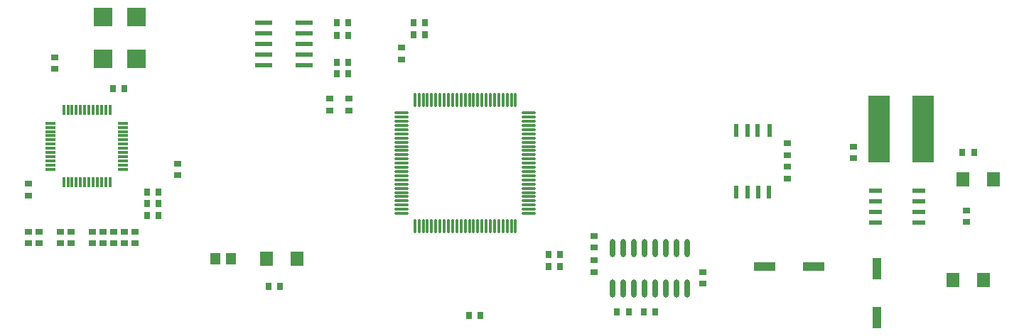
<source format=gtp>
%FSLAX43Y43*%
%MOMM*%
%SFA1B1*%

%IPPOS*%
%ADD10R,2.199996X2.199996*%
%ADD11R,2.031996X0.634999*%
%ADD12R,1.523997X0.507999*%
%ADD13R,2.599995X7.999984*%
%ADD14R,0.799998X0.899998*%
%ADD15R,1.499997X1.699997*%
%ADD16R,0.507999X1.499997*%
%ADD17R,0.899998X0.799998*%
%ADD18R,0.299999X1.199998*%
%ADD19R,1.199998X0.299999*%
%ADD20R,2.539995X1.015998*%
%ADD21R,1.015998X2.539995*%
%ADD22R,1.199998X1.399997*%
%ADD23O,0.599999X2.199996*%
%ADD24O,0.299999X1.799996*%
%ADD25O,1.799996X0.299999*%
%LNlp_led_cube_8x8x8-1*%
%LPD*%
G54D10*
X66888Y102274D03*
Y107274D03*
X62904Y102274D03*
Y107274D03*
G54D11*
X86867Y106552D03*
Y105282D03*
Y104012D03*
Y102742D03*
Y101472D03*
X82041D03*
Y102742D03*
Y104012D03*
Y105282D03*
Y106552D03*
G54D12*
X160057Y86486D03*
Y85216D03*
Y83946D03*
Y82676D03*
X154901D03*
Y83946D03*
Y85216D03*
Y86486D03*
G54D13*
X155387Y93852D03*
X160587D03*
G54D14*
X166688Y91058D03*
X165288D03*
X115950Y78866D03*
X117350D03*
X101283Y105155D03*
X99883D03*
X117350Y77469D03*
X115950D03*
X101283Y106552D03*
X99883D03*
X106487Y71627D03*
X107887D03*
X92139Y101853D03*
X90739D03*
X92139Y105028D03*
X90739D03*
X92139Y106552D03*
X90739D03*
X84011Y75056D03*
X82611D03*
X124140Y72008D03*
X125540D03*
X127315D03*
X128715D03*
X68133Y86359D03*
X69533D03*
X68133Y84962D03*
X69533D03*
Y83565D03*
X68133D03*
X64069Y98678D03*
X65469D03*
X92139Y100456D03*
X90739D03*
G54D15*
X165328Y87858D03*
X168960Y87883D03*
X82371Y78358D03*
X86003Y78383D03*
X167817Y75818D03*
X164185Y75793D03*
G54D16*
X138359Y93692D03*
X139659D03*
X140909D03*
X142309D03*
X142259Y86342D03*
X140959D03*
X139659D03*
X138359D03*
G54D17*
X152272Y91758D03*
Y90358D03*
X165734Y82738D03*
Y84138D03*
X89915Y96073D03*
Y97473D03*
X98424Y103569D03*
Y102169D03*
X92201Y97473D03*
Y96073D03*
X144398Y90739D03*
Y92139D03*
Y87945D03*
Y89345D03*
X121411Y78169D03*
Y76769D03*
X134365Y76772D03*
Y75372D03*
X121411Y81090D03*
Y79690D03*
X55244Y80198D03*
Y81598D03*
X53974Y80198D03*
Y81598D03*
X59054D03*
Y80198D03*
X57784Y81598D03*
Y80198D03*
X61594Y81598D03*
Y80198D03*
X62864Y81598D03*
Y80198D03*
X64134Y81598D03*
Y80198D03*
X65404Y81598D03*
Y80198D03*
X53974Y85913D03*
Y87313D03*
X66674Y80198D03*
Y81598D03*
X71754Y89726D03*
Y88326D03*
X57149Y102426D03*
Y101026D03*
G54D18*
X58209Y96120D03*
X58709D03*
X59209D03*
X59709D03*
X60209D03*
X60709D03*
X61209D03*
X61709D03*
X62209D03*
X62709D03*
X63209D03*
X63709D03*
Y87520D03*
X63209D03*
X62709D03*
X62209D03*
X61709D03*
X61209D03*
X60709D03*
X60209D03*
X59709D03*
X59209D03*
X58709D03*
X58209D03*
G54D19*
X65259Y94570D03*
Y94070D03*
Y93570D03*
Y93070D03*
Y92570D03*
Y92070D03*
Y91570D03*
Y91070D03*
Y90570D03*
Y90070D03*
Y89570D03*
Y89070D03*
X56659D03*
Y89570D03*
Y90070D03*
Y90570D03*
Y91070D03*
Y91570D03*
Y92070D03*
Y92570D03*
Y93070D03*
Y93570D03*
Y94070D03*
Y94570D03*
G54D20*
X141731Y77469D03*
X147573D03*
G54D21*
X155066Y71373D03*
Y77215D03*
G54D22*
X76315Y78358D03*
X78115D03*
G54D23*
X123570Y74815D03*
X124840D03*
X126110D03*
X127380D03*
X128650D03*
X129920D03*
X131190D03*
X132460D03*
X123570Y79615D03*
X124840D03*
X126110D03*
X127380D03*
X128650D03*
X129920D03*
X131190D03*
X132460D03*
G54D24*
X100044Y97338D03*
X100544D03*
X101044D03*
X101544D03*
X102044D03*
X102544D03*
X103044D03*
X103544D03*
X104044D03*
X104544D03*
X105044D03*
X105544D03*
X106044D03*
X106544D03*
X107044D03*
X107544D03*
X108044D03*
X108544D03*
X109044D03*
X109544D03*
X110044D03*
X110544D03*
X111044D03*
X111544D03*
X112044D03*
Y82238D03*
X111544D03*
X111044D03*
X110544D03*
X110044D03*
X109544D03*
X109044D03*
X108544D03*
X108044D03*
X107544D03*
X107044D03*
X106544D03*
X106044D03*
X105544D03*
X105044D03*
X104544D03*
X104044D03*
X103544D03*
X103044D03*
X102544D03*
X102044D03*
X101544D03*
X101044D03*
X100544D03*
X100044D03*
G54D25*
X113594Y95788D03*
Y95288D03*
Y94788D03*
Y94288D03*
Y93788D03*
Y93288D03*
Y92788D03*
Y92288D03*
Y91788D03*
Y91288D03*
Y90788D03*
Y90288D03*
Y89788D03*
Y89288D03*
Y88788D03*
Y88288D03*
Y87788D03*
Y87288D03*
Y86788D03*
Y86288D03*
Y85788D03*
Y85288D03*
Y84788D03*
Y84288D03*
Y83788D03*
X98494D03*
Y84288D03*
Y84788D03*
Y85288D03*
Y85788D03*
Y86288D03*
Y86788D03*
Y87288D03*
Y87788D03*
Y88288D03*
Y88788D03*
Y89288D03*
Y89788D03*
Y90288D03*
Y90788D03*
Y91288D03*
Y91788D03*
Y92288D03*
Y92788D03*
Y93288D03*
Y93788D03*
Y94288D03*
Y94788D03*
Y95288D03*
Y95788D03*
M02*
</source>
